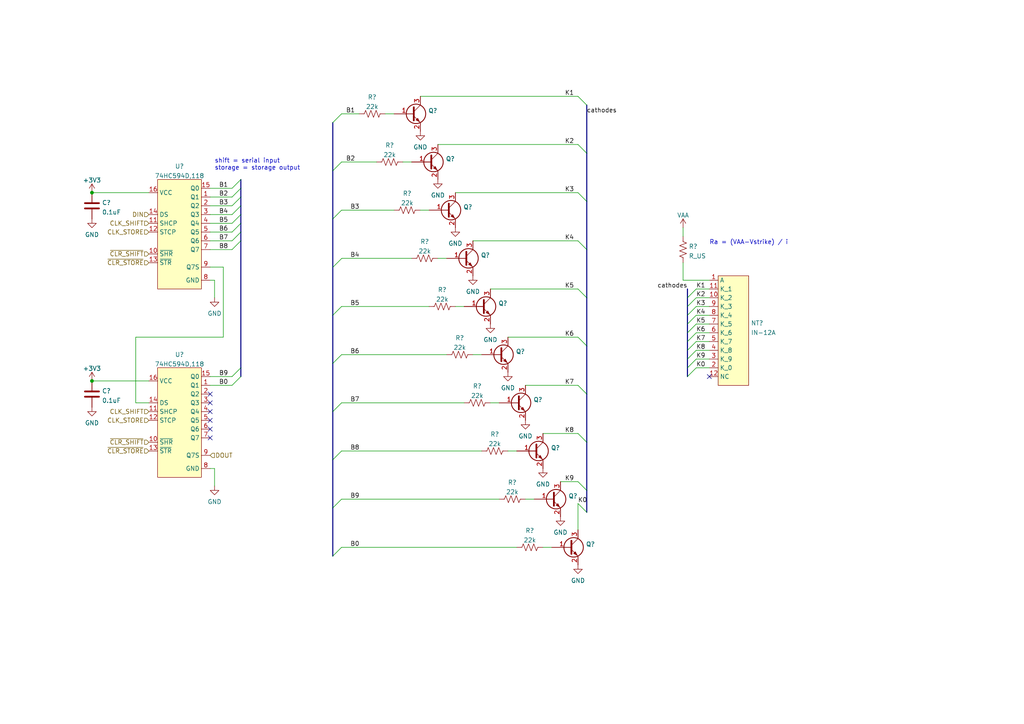
<source format=kicad_sch>
(kicad_sch (version 20211123) (generator eeschema)
  (paper "A4")
  (lib_symbols
    (symbol "Device:C" (pin_numbers hide) (pin_names (offset 0.254))
      (property "Reference" "C" (at 0.635 2.54 0))
      (property "Value" "C" (at 0.635 -2.54 0))
      (symbol "C_0_1"
        (polyline (pts (xy -2.032 -0.762) (xy 2.032 -0.762)) (stroke (width 0.508)))
        (polyline (pts (xy -2.032 0.762) (xy 2.032 0.762)) (stroke (width 0.508)))
      )
      (symbol "C_1_1"
        (pin passive line (at 0 3.81 270) (length 2.794) (name "~") (number "1"))
        (pin passive line (at 0 -3.81 90) (length 2.794) (name "~") (number "2"))
      )
    )
    (symbol "Device:Q_NPN_BEC" (pin_names (offset 0) hide)
      (property "Reference" "Q" (at 5.08 1.27 0))
      (property "Value" "Q_NPN_BEC" (at 5.08 -1.27 0))
      (symbol "Q_NPN_BEC_0_1"
        (polyline (pts (xy 0.635 0.635) (xy 2.54 2.54)))
        (polyline (pts (xy 0.635 -0.635) (xy 2.54 -2.54) (xy 2.54 -2.54)))
        (polyline (pts (xy 0.635 1.905) (xy 0.635 -1.905) (xy 0.635 -1.905)) (stroke (width 0.508)))
        (polyline (pts (xy 1.27 -1.778) (xy 1.778 -1.27) (xy 2.286 -2.286) (xy 1.27 -1.778) (xy 1.27 -1.778)) (fill (type outline)))
        (circle (center 1.27 0) (radius 2.8194) (stroke (width 0.254)))
      )
      (symbol "Q_NPN_BEC_1_1"
        (pin input line (at -5.08 0 0) (length 5.715) (name "B") (number "1"))
        (pin passive line (at 2.54 -5.08 90) (length 2.54) (name "E") (number "2"))
        (pin passive line (at 2.54 5.08 270) (length 2.54) (name "C") (number "3"))
      )
    )
    (symbol "Device:R_US" (pin_numbers hide) (pin_names (offset 0))
      (property "Reference" "R" (at 2.54 0 90))
      (property "Value" "R_US" (at -2.54 0 90))
      (symbol "R_US_0_1"
        (polyline (pts (xy 0 -2.286) (xy 0 -2.54)))
        (polyline (pts (xy 0 2.286) (xy 0 2.54)))
        (polyline (pts (xy 0 -0.762) (xy 1.016 -1.143) (xy 0 -1.524) (xy -1.016 -1.905) (xy 0 -2.286)))
        (polyline (pts (xy 0 0.762) (xy 1.016 0.381) (xy 0 0) (xy -1.016 -0.381) (xy 0 -0.762)))
        (polyline (pts (xy 0 2.286) (xy 1.016 1.905) (xy 0 1.524) (xy -1.016 1.143) (xy 0 0.762)))
      )
      (symbol "R_US_1_1"
        (pin passive line (at 0 3.81 270) (length 1.27) (name "~") (number "1"))
        (pin passive line (at 0 -3.81 90) (length 1.27) (name "~") (number "2"))
      )
    )
    (symbol "nixie-tube-clock:74HC594D,118"
      (property "Reference" "U" (at 0 3.81 0))
      (property "Value" "74HC594D,118" (at 0 1.27 0))
      (symbol "74HC594D,118_0_1"
        (rectangle (start -6.35 0) (end 6.35 -31.75) (fill (type background)))
      )
      (symbol "74HC594D,118_1_1"
        (pin input line (at 8.89 -5.08 180) (length 2.54) (name "Q1") (number "1"))
        (pin input line (at -8.89 -21.59 0) (length 2.54) (name "~{SHR}") (number "10"))
        (pin input line (at -8.89 -12.7 0) (length 2.54) (name "SHCP") (number "11"))
        (pin input line (at -8.89 -15.24 0) (length 2.54) (name "STCP") (number "12"))
        (pin input line (at -8.89 -24.13 0) (length 2.54) (name "~{STR}") (number "13"))
        (pin input line (at -8.89 -10.16 0) (length 2.54) (name "DS") (number "14"))
        (pin input line (at 8.89 -2.54 180) (length 2.54) (name "Q0") (number "15"))
        (pin input line (at -8.89 -3.81 0) (length 2.54) (name "VCC") (number "16"))
        (pin input line (at 8.89 -7.62 180) (length 2.54) (name "Q2") (number "2"))
        (pin input line (at 8.89 -10.16 180) (length 2.54) (name "Q3") (number "3"))
        (pin input line (at 8.89 -12.7 180) (length 2.54) (name "Q4") (number "4"))
        (pin input line (at 8.89 -15.24 180) (length 2.54) (name "Q5") (number "5"))
        (pin input line (at 8.89 -17.78 180) (length 2.54) (name "Q6") (number "6"))
        (pin input line (at 8.89 -20.32 180) (length 2.54) (name "Q7") (number "7"))
        (pin input line (at 8.89 -29.21 180) (length 2.54) (name "GND") (number "8"))
        (pin input line (at 8.89 -25.4 180) (length 2.54) (name "Q7S") (number "9"))
      )
    )
    (symbol "nixie-tube-clock:IN-12A"
      (property "Reference" "NT?" (at 0 3.81 0))
      (property "Value" "IN-12A" (at 0 1.27 0))
      (symbol "IN-12A_0_1"
        (rectangle (start -5.08 0) (end 3.81 -31.75) (fill (type background)))
      )
      (symbol "IN-12A_1_1"
        (pin input line (at -7.62 -1.27 0) (length 2.54) (name "A") (number "1"))
        (pin input line (at -7.62 -6.35 0) (length 2.54) (name "K_2") (number "10"))
        (pin input line (at -7.62 -3.81 0) (length 2.54) (name "K_1") (number "11"))
        (pin input line (at -7.62 -29.21 0) (length 2.54) (name "NC") (number "12"))
        (pin input line (at -7.62 -26.67 0) (length 2.54) (name "K_0") (number "2"))
        (pin input line (at -7.62 -24.13 0) (length 2.54) (name "K_9") (number "3"))
        (pin input line (at -7.62 -21.59 0) (length 2.54) (name "K_8") (number "4"))
        (pin input line (at -7.62 -19.05 0) (length 2.54) (name "K_7") (number "5"))
        (pin input line (at -7.62 -16.51 0) (length 2.54) (name "K_6") (number "6"))
        (pin input line (at -7.62 -13.97 0) (length 2.54) (name "K_5") (number "7"))
        (pin input line (at -7.62 -11.43 0) (length 2.54) (name "K_4") (number "8"))
        (pin input line (at -7.62 -8.89 0) (length 2.54) (name "K_3") (number "9"))
      )
    )
    (symbol "power:+3.3V" (power) (pin_names (offset 0))
      (property "Value" "+3.3V" (at 0 3.556 0))
      (symbol "+3.3V_0_1"
        (polyline (pts (xy -0.762 1.27) (xy 0 2.54)))
        (polyline (pts (xy 0 0) (xy 0 2.54)))
        (polyline (pts (xy 0 2.54) (xy 0.762 1.27)))
      )
      (symbol "+3.3V_1_1"
        (pin power_in line (at 0 0 90) (length 0) hide (name "+3V3") (number "1"))
      )
    )
    (symbol "power:GND" (power) (pin_names (offset 0))
      (property "Value" "GND" (at 0 -3.81 0))
      (symbol "GND_0_1"
        (polyline (pts (xy 0 0) (xy 0 -1.27) (xy 1.27 -1.27) (xy 0 -2.54) (xy -1.27 -1.27) (xy 0 -1.27)))
      )
      (symbol "GND_1_1"
        (pin power_in line (at 0 0 270) (length 0) hide (name "GND") (number "1"))
      )
    )
    (symbol "power:VAA" (power) (pin_names (offset 0))
      (property "Value" "VAA" (at 0 3.81 0))
      (symbol "VAA_0_1"
        (polyline (pts (xy -0.762 1.27) (xy 0 2.54)))
        (polyline (pts (xy 0 0) (xy 0 2.54)))
        (polyline (pts (xy 0 2.54) (xy 0.762 1.27)))
      )
      (symbol "VAA_1_1"
        (pin power_in line (at 0 0 90) (length 0) hide (name "VAA") (number "1"))
      )
    )
  )
  (junction (at 26.67 55.88))
  (junction (at 26.67 110.49))
  (no_connect (at 60.96 127))
  (no_connect (at 60.96 124.46))
  (no_connect (at 60.96 121.92))
  (no_connect (at 60.96 119.38))
  (no_connect (at 60.96 116.84))
  (no_connect (at 60.96 114.3))
  (no_connect (at 205.74 109.22))
  (bus_entry (at 99.06 102.87) (size -2.54 2.54))
  (bus_entry (at 67.31 62.23) (size 2.54 -2.54))
  (bus_entry (at 67.31 64.77) (size 2.54 -2.54))
  (bus_entry (at 201.93 91.44) (size -2.54 2.54))
  (bus_entry (at 201.93 96.52) (size -2.54 2.54))
  (bus_entry (at 99.06 46.99) (size -2.54 2.54))
  (bus_entry (at 67.31 57.15) (size 2.54 -2.54))
  (bus_entry (at 167.64 55.88) (size 2.54 2.54))
  (bus_entry (at 167.64 27.94) (size 2.54 2.54))
  (bus_entry (at 201.93 101.6) (size -2.54 2.54))
  (bus_entry (at 99.06 88.9) (size -2.54 2.54))
  (bus_entry (at 99.06 33.02) (size -2.54 2.54))
  (bus_entry (at 167.64 83.82) (size 2.54 2.54))
  (bus_entry (at 67.31 54.61) (size 2.54 -2.54))
  (bus_entry (at 167.64 69.85) (size 2.54 2.54))
  (bus_entry (at 99.06 116.84) (size -2.54 2.54))
  (bus_entry (at 99.132 74.93) (size -2.54 2.54))
  (bus_entry (at 99.06 144.78) (size -2.54 2.54))
  (bus_entry (at 201.93 88.9) (size -2.54 2.54))
  (bus_entry (at 201.93 93.98) (size -2.54 2.54))
  (bus_entry (at 167.64 41.91) (size 2.54 2.54))
  (bus_entry (at 99.06 130.81) (size -2.54 2.54))
  (bus_entry (at 201.93 83.82) (size -2.54 2.54))
  (bus_entry (at 99.06 158.75) (size -2.54 2.54))
  (bus_entry (at 99.06 60.96) (size -2.54 2.54))
  (bus_entry (at 67.31 67.31) (size 2.54 -2.54))
  (bus_entry (at 67.31 69.85) (size 2.54 -2.54))
  (bus_entry (at 67.31 72.39) (size 2.54 -2.54))
  (bus_entry (at 201.93 86.36) (size -2.54 2.54))
  (bus_entry (at 167.64 146.05) (size 2.54 2.54))
  (bus_entry (at 167.64 139.7) (size 2.54 2.54))
  (bus_entry (at 167.64 125.73) (size 2.54 2.54))
  (bus_entry (at 167.64 111.76) (size 2.54 2.54))
  (bus_entry (at 167.64 97.79) (size 2.54 2.54))
  (bus_entry (at 67.31 59.69) (size 2.54 -2.54))
  (bus_entry (at 201.93 99.06) (size -2.54 2.54))
  (bus_entry (at 67.31 109.22) (size 2.54 -2.54))
  (bus_entry (at 67.31 111.76) (size 2.54 -2.54))
  (bus_entry (at 201.93 106.68) (size -2.54 2.54))
  (bus_entry (at 201.93 104.14) (size -2.54 2.54))
  (bus (pts (xy 170.18 30.48) (xy 170.18 44.45)))
  (wire (pts (xy 147.32 97.79) (xy 167.64 97.79)))
  (bus (pts (xy 69.85 59.69) (xy 69.85 62.23)))
  (wire (pts (xy 60.96 77.47) (xy 64.77 77.47)))
  (wire (pts (xy 116.84 46.99) (xy 119.38 46.99)))
  (bus (pts (xy 170.18 142.24) (xy 170.18 128.27)))
  (bus (pts (xy 199.39 93.98) (xy 199.39 91.44)))
  (wire (pts (xy 127 74.93) (xy 129.54 74.93)))
  (wire (pts (xy 99.06 33.02) (xy 104.14 33.02)))
  (bus (pts (xy 170.18 44.45) (xy 170.18 58.42)))
  (wire (pts (xy 152.4 111.76) (xy 167.64 111.76)))
  (wire (pts (xy 201.93 99.06) (xy 205.74 99.06)))
  (bus (pts (xy 69.85 106.68) (xy 69.85 109.22)))
  (bus (pts (xy 199.39 96.52) (xy 199.39 93.98)))
  (wire (pts (xy 142.24 83.82) (xy 167.64 83.82)))
  (bus (pts (xy 170.18 128.27) (xy 170.18 114.3)))
  (wire (pts (xy 60.96 109.22) (xy 67.31 109.22)))
  (wire (pts (xy 99.132 74.93) (xy 119.38 74.93)))
  (wire (pts (xy 132.08 55.88) (xy 167.64 55.88)))
  (wire (pts (xy 99.06 130.81) (xy 139.7 130.81)))
  (bus (pts (xy 96.52 91.44) (xy 96.52 105.41)))
  (wire (pts (xy 157.48 125.73) (xy 167.64 125.73)))
  (wire (pts (xy 60.96 69.85) (xy 67.31 69.85)))
  (bus (pts (xy 199.39 91.44) (xy 199.39 88.9)))
  (bus (pts (xy 96.52 133.35) (xy 96.52 147.32)))
  (bus (pts (xy 69.85 69.85) (xy 69.85 106.68)))
  (bus (pts (xy 199.39 86.36) (xy 199.39 83.82)))
  (bus (pts (xy 69.85 64.77) (xy 69.85 67.31)))
  (wire (pts (xy 127 41.91) (xy 167.64 41.91)))
  (wire (pts (xy 111.76 33.02) (xy 114.3 33.02)))
  (wire (pts (xy 157.48 158.75) (xy 160.02 158.75)))
  (wire (pts (xy 60.96 111.76) (xy 67.31 111.76)))
  (wire (pts (xy 142.24 116.84) (xy 144.78 116.84)))
  (bus (pts (xy 170.18 72.39) (xy 170.18 86.36)))
  (wire (pts (xy 132.08 88.9) (xy 134.62 88.9)))
  (wire (pts (xy 60.96 54.61) (xy 67.31 54.61)))
  (wire (pts (xy 201.93 96.52) (xy 205.74 96.52)))
  (wire (pts (xy 162.56 139.7) (xy 167.64 139.7)))
  (bus (pts (xy 69.85 52.07) (xy 69.85 54.61)))
  (bus (pts (xy 199.39 106.68) (xy 199.39 104.14)))
  (wire (pts (xy 60.96 135.89) (xy 62.23 135.89)))
  (wire (pts (xy 201.93 101.6) (xy 205.74 101.6)))
  (wire (pts (xy 121.92 60.96) (xy 124.46 60.96)))
  (bus (pts (xy 199.39 88.9) (xy 199.39 86.36)))
  (bus (pts (xy 199.39 109.22) (xy 199.39 106.68)))
  (wire (pts (xy 198.12 76.2) (xy 198.12 81.28)))
  (wire (pts (xy 39.37 97.79) (xy 39.37 116.84)))
  (wire (pts (xy 64.77 77.47) (xy 64.77 97.79)))
  (wire (pts (xy 99.06 46.99) (xy 109.22 46.99)))
  (wire (pts (xy 147.32 130.81) (xy 149.86 130.81)))
  (bus (pts (xy 170.18 100.33) (xy 170.18 86.36)))
  (wire (pts (xy 60.96 64.77) (xy 67.31 64.77)))
  (wire (pts (xy 62.23 81.28) (xy 62.23 86.36)))
  (bus (pts (xy 96.52 105.41) (xy 96.52 119.38)))
  (wire (pts (xy 99.06 88.9) (xy 124.46 88.9)))
  (bus (pts (xy 96.52 119.38) (xy 96.52 133.35)))
  (bus (pts (xy 199.39 101.6) (xy 199.39 99.06)))
  (wire (pts (xy 201.93 106.68) (xy 205.74 106.68)))
  (wire (pts (xy 39.37 116.84) (xy 43.18 116.84)))
  (wire (pts (xy 152.4 144.78) (xy 154.94 144.78)))
  (wire (pts (xy 121.92 27.94) (xy 167.64 27.94)))
  (wire (pts (xy 201.93 91.44) (xy 205.74 91.44)))
  (wire (pts (xy 201.93 88.9) (xy 205.74 88.9)))
  (wire (pts (xy 99.06 158.75) (xy 149.86 158.75)))
  (wire (pts (xy 99.06 116.84) (xy 134.62 116.84)))
  (wire (pts (xy 99.06 102.87) (xy 129.54 102.87)))
  (wire (pts (xy 99.06 60.96) (xy 114.3 60.96)))
  (bus (pts (xy 170.18 58.42) (xy 170.18 72.39)))
  (wire (pts (xy 60.96 57.15) (xy 67.31 57.15)))
  (bus (pts (xy 69.85 67.31) (xy 69.85 69.85)))
  (wire (pts (xy 137.16 102.87) (xy 139.7 102.87)))
  (wire (pts (xy 26.67 55.88) (xy 43.18 55.88)))
  (wire (pts (xy 198.12 66.04) (xy 198.12 68.58)))
  (bus (pts (xy 96.52 63.5) (xy 96.52 91.44)))
  (bus (pts (xy 69.85 57.15) (xy 69.85 59.69)))
  (wire (pts (xy 198.12 81.28) (xy 205.74 81.28)))
  (bus (pts (xy 199.39 104.14) (xy 199.39 101.6)))
  (wire (pts (xy 201.93 86.36) (xy 205.74 86.36)))
  (wire (pts (xy 60.96 67.31) (xy 67.31 67.31)))
  (wire (pts (xy 201.93 83.82) (xy 205.74 83.82)))
  (wire (pts (xy 99.06 144.78) (xy 144.78 144.78)))
  (bus (pts (xy 69.85 54.61) (xy 69.85 57.15)))
  (bus (pts (xy 96.52 35.56) (xy 96.52 49.53)))
  (wire (pts (xy 201.93 104.14) (xy 205.74 104.14)))
  (wire (pts (xy 60.96 81.28) (xy 62.23 81.28)))
  (wire (pts (xy 64.77 97.79) (xy 39.37 97.79)))
  (wire (pts (xy 60.96 62.23) (xy 67.31 62.23)))
  (wire (pts (xy 137.16 69.85) (xy 167.64 69.85)))
  (bus (pts (xy 170.18 114.3) (xy 170.18 100.33)))
  (wire (pts (xy 201.93 93.98) (xy 205.74 93.98)))
  (bus (pts (xy 96.52 49.53) (xy 96.52 63.5)))
  (bus (pts (xy 69.85 62.23) (xy 69.85 64.77)))
  (wire (pts (xy 167.64 146.05) (xy 167.64 153.67)))
  (bus (pts (xy 199.39 99.06) (xy 199.39 96.52)))
  (bus (pts (xy 96.52 147.32) (xy 96.52 161.29)))
  (wire (pts (xy 60.96 59.69) (xy 67.31 59.69)))
  (wire (pts (xy 26.67 110.49) (xy 43.18 110.49)))
  (wire (pts (xy 60.96 72.39) (xy 67.31 72.39)))
  (bus (pts (xy 170.18 148.59) (xy 170.18 142.24)))
  (wire (pts (xy 62.23 135.89) (xy 62.23 140.97)))
  (text "Ra = (VAA-Vstrike) / i" (at 205.74 71.12 0) (effects (font (size 1.27 1.27)) (justify left bottom)))
  (text "shift = serial input\nstorage = storage output" (at 62.23 49.53 0) (effects (font (size 1.27 1.27)) (justify left bottom)))
  (label "K4" (at 201.93 91.44 0))
  (label "B0" (at 63.5 111.76 0))
  (label "B6" (at 101.6 102.87 0))
  (label "K5" (at 163.83 83.82 0))
  (label "B7" (at 101.6 116.84 0))
  (label "cathodes" (at 170.18 33.02 0))
  (label "K8" (at 201.93 101.6 0))
  (label "B3" (at 63.5 59.69 0))
  (label "B4" (at 101.6 74.93 0))
  (label "B2" (at 100.33 46.99 0))
  (label "K2" (at 163.83 41.91 0))
  (label "B5" (at 101.6 88.9 0))
  (label "B1" (at 63.5 54.61 0))
  (label "K1" (at 201.93 83.82 0))
  (label "K9" (at 201.93 104.14 0))
  (label "K8" (at 163.83 125.73 0))
  (label "B9" (at 63.5 109.22 0))
  (label "K9" (at 163.83 139.7 0))
  (label "B8" (at 63.5 72.39 0))
  (label "B5" (at 63.5 64.77 0))
  (label "K7" (at 163.83 111.76 0))
  (label "B6" (at 63.5 67.31 0))
  (label "K3" (at 163.83 55.88 0))
  (label "K6" (at 163.83 97.79 0))
  (label "B1" (at 100.33 33.02 0))
  (label "B0" (at 101.6 158.75 0))
  (label "K4" (at 163.83 69.85 0))
  (label "K0" (at 167.64 146.05 0))
  (label "K0" (at 201.93 106.68 0))
  (label "K1" (at 163.83 27.94 0))
  (label "cathodes" (at 199.39 83.82 180))
  (label "B7" (at 63.5 69.85 0))
  (label "K5" (at 201.93 93.98 0))
  (label "B4" (at 63.5 62.23 0))
  (label "K2" (at 201.93 86.36 0))
  (label "K6" (at 201.93 96.52 0))
  (label "B9" (at 101.6 144.78 0))
  (label "B3" (at 101.6 60.96 0))
  (label "K3" (at 201.93 88.9 0))
  (label "B2" (at 63.5 57.15 0))
  (label "K7" (at 201.93 99.06 0))
  (label "B8" (at 101.6 130.81 0))
  (hierarchical_label "CLK_STORE" (shape input) (at 43.18 67.31 180))
  (hierarchical_label "~{CLR_SHIFT}" (shape input) (at 43.18 128.27 180))
  (hierarchical_label "CLK_SHIFT" (shape input) (at 43.18 64.77 180))
  (hierarchical_label "CLK_STORE" (shape input) (at 43.18 121.92 180))
  (hierarchical_label "~{CLR_STORE}" (shape input) (at 43.18 130.81 180))
  (hierarchical_label "~{CLR_SHIFT}" (shape input) (at 43.18 73.66 180))
  (hierarchical_label "CLK_SHIFT" (shape input) (at 43.18 119.38 180))
  (hierarchical_label "DOUT" (shape input) (at 60.96 132.08 0))
  (hierarchical_label "~{CLR_STORE}" (shape input) (at 43.18 76.2 180))
  (hierarchical_label "DIN" (shape input) (at 43.18 62.23 180))
  (symbol (lib_id "Device:Q_NPN_BEC") (at 160.02 144.78 0)
    (property "Reference" "Q?" (at 164.8714 143.8715 0) (effects (justify left)))
    (property "Value" "MMSTA42-7-F" (effects hide))
    (property "Footprint" "Package_TO_SOT_SMD:SOT-323_SC-70_Handsoldering" (effects hide))
  )
  (symbol (lib_id "Device:Q_NPN_BEC") (at 124.46 46.99 0)
    (property "Reference" "Q?" (at 129.3114 46.0815 0) (effects (justify left)))
    (property "Value" "MMSTA42-7-F" (effects hide))
    (property "Footprint" "Package_TO_SOT_SMD:SOT-323_SC-70_Handsoldering" (effects hide))
  )
  (symbol (lib_id "Device:Q_NPN_BEC") (at 119.38 33.02 0)
    (property "Reference" "Q?" (at 124.2314 32.1115 0) (effects (justify left)))
    (property "Value" "MMSTA42-7-F" (effects hide))
    (property "Footprint" "Package_TO_SOT_SMD:SOT-323_SC-70_Handsoldering" (effects hide))
  )
  (symbol (lib_id "nixie-tube-clock:IN-12A") (at 213.36 80.01 0)
    (property "Reference" "NT?" (at 217.805 93.7065 0) (effects (justify left)))
    (property "Value" "IN-12A" (at 217.805 96.4816 0) (effects (justify left)))
  )
  (symbol (lib_id "Device:Q_NPN_BEC") (at 149.86 116.84 0)
    (property "Reference" "Q?" (at 154.7114 115.9315 0) (effects (justify left)))
    (property "Value" "MMSTA42-7-F" (effects hide))
    (property "Footprint" "Package_TO_SOT_SMD:SOT-323_SC-70_Handsoldering" (effects hide))
  )
  (symbol (lib_id "Device:Q_NPN_BEC") (at 144.78 102.87 0)
    (property "Reference" "Q?" (at 149.6314 101.9615 0) (effects (justify left)))
    (property "Value" "MMSTA42-7-F" (effects hide))
    (property "Footprint" "Package_TO_SOT_SMD:SOT-323_SC-70_Handsoldering" (effects hide))
  )
  (symbol (lib_id "power:GND") (at 62.23 140.97 0)
    (property "Reference" "#PWR?" (effects hide))
    (property "Value" "GND" (at 62.23 145.5325 0))
  )
  (symbol (lib_id "Device:Q_NPN_BEC") (at 165.1 158.75 0)
    (property "Reference" "Q?" (at 169.9514 157.8415 0) (effects (justify left)))
    (property "Value" "MMSTA42-7-F" (effects hide))
    (property "Footprint" "Package_TO_SOT_SMD:SOT-323_SC-70_Handsoldering" (effects hide))
  )
  (symbol (lib_id "power:GND") (at 62.23 86.36 0)
    (property "Reference" "#PWR?" (effects hide))
    (property "Value" "GND" (at 62.23 90.9225 0))
  )
  (symbol (lib_id "power:GND") (at 127 52.07 0)
    (property "Reference" "#PWR?" (effects hide))
    (property "Value" "GND" (at 127 56.6325 0))
  )
  (symbol (lib_id "power:GND") (at 142.24 93.98 0)
    (property "Reference" "#PWR?" (effects hide))
    (property "Value" "GND" (at 142.24 98.5425 0))
  )
  (symbol (lib_id "Device:Q_NPN_BEC") (at 129.54 60.96 0)
    (property "Reference" "Q?" (at 134.3914 60.0515 0) (effects (justify left)))
    (property "Value" "MMSTA42-7-F" (effects hide))
    (property "Footprint" "Package_TO_SOT_SMD:SOT-323_SC-70_Handsoldering" (effects hide))
  )
  (symbol (lib_id "power:GND") (at 137.16 80.01 0)
    (property "Reference" "#PWR?" (effects hide))
    (property "Value" "GND" (at 137.16 84.5725 0))
  )
  (symbol (lib_id "Device:C") (at 26.67 59.69 0)
    (property "Reference" "C?" (at 29.591 58.7815 0) (effects (justify left)))
    (property "Value" "0.1uF" (at 29.591 61.5566 0) (effects (justify left)))
    (property "Footprint" "Capacitor_SMD:C_0603_1608Metric" (effects hide))
  )
  (symbol (lib_id "power:GND") (at 152.4 121.92 0)
    (property "Reference" "#PWR?" (effects hide))
    (property "Value" "GND" (at 152.4 126.4825 0))
  )
  (symbol (lib_id "power:GND") (at 26.67 63.5 0)
    (property "Reference" "#PWR?" (effects hide))
    (property "Value" "GND" (at 26.67 68.0625 0))
  )
  (symbol (lib_id "Device:R_US") (at 143.51 130.81 90)
    (property "Reference" "R?" (at 143.51 125.9545 90))
    (property "Value" "22k" (at 143.51 128.7296 90))
    (property "Footprint" "Resistor_SMD:R_0603_1608Metric" (effects hide))
  )
  (symbol (lib_id "power:GND") (at 162.56 149.86 0)
    (property "Reference" "#PWR?" (effects hide))
    (property "Value" "GND" (at 162.56 154.4225 0))
  )
  (symbol (lib_id "Device:C") (at 26.67 114.3 0)
    (property "Reference" "C?" (at 29.591 113.3915 0) (effects (justify left)))
    (property "Value" "0.1uF" (at 29.591 116.1666 0) (effects (justify left)))
    (property "Footprint" "Capacitor_SMD:C_0603_1608Metric" (effects hide))
  )
  (symbol (lib_id "Device:Q_NPN_BEC") (at 154.94 130.81 0)
    (property "Reference" "Q?" (at 159.7914 129.9015 0) (effects (justify left)))
    (property "Value" "MMSTA42-7-F" (effects hide))
    (property "Footprint" "Package_TO_SOT_SMD:SOT-323_SC-70_Handsoldering" (effects hide))
  )
  (symbol (lib_id "power:GND") (at 147.32 107.95 0)
    (property "Reference" "#PWR?" (effects hide))
    (property "Value" "GND" (at 147.32 112.5125 0))
  )
  (symbol (lib_id "Device:R_US") (at 113.03 46.99 90)
    (property "Reference" "R?" (at 113.03 42.1345 90))
    (property "Value" "22k" (at 113.03 44.9096 90))
    (property "Footprint" "Resistor_SMD:R_0603_1608Metric" (effects hide))
  )
  (symbol (lib_id "power:GND") (at 132.08 66.04 0)
    (property "Reference" "#PWR?" (effects hide))
    (property "Value" "GND" (at 132.08 70.6025 0))
  )
  (symbol (lib_id "Device:R_US") (at 138.43 116.84 90)
    (property "Reference" "R?" (at 138.43 111.9845 90))
    (property "Value" "22k" (at 138.43 114.7596 90))
    (property "Footprint" "Resistor_SMD:R_0603_1608Metric" (effects hide))
  )
  (symbol (lib_id "power:GND") (at 167.64 163.83 0)
    (property "Reference" "#PWR?" (effects hide))
    (property "Value" "GND" (at 167.64 168.3925 0))
  )
  (symbol (lib_id "nixie-tube-clock:74HC594D,118") (at 52.07 52.07 0)
    (property "Reference" "U?" (at 52.07 48.2305 0))
    (property "Value" "74HC594D,118" (at 52.07 51.0056 0))
  )
  (symbol (lib_id "power:VAA") (at 198.12 66.04 0)
    (property "Reference" "#PWR?" (effects hide))
    (property "Value" "VAA" (at 198.12 62.4355 0))
  )
  (symbol (lib_id "Device:R_US") (at 107.95 33.02 90)
    (property "Reference" "R?" (at 107.95 28.1645 90))
    (property "Value" "22k" (at 107.95 30.9396 90))
    (property "Footprint" "Resistor_SMD:R_0603_1608Metric" (effects hide))
  )
  (symbol (lib_id "power:GND") (at 121.92 38.1 0)
    (property "Reference" "#PWR?" (effects hide))
    (property "Value" "GND" (at 121.92 42.6625 0))
  )
  (symbol (lib_id "power:+3.3V") (at 26.67 55.88 0)
    (property "Reference" "#PWR?" (effects hide))
    (property "Value" "+3.3V" (at 26.67 52.2755 0))
  )
  (symbol (lib_id "Device:R_US") (at 133.35 102.87 90)
    (property "Reference" "R?" (at 133.35 98.0145 90))
    (property "Value" "22k" (at 133.35 100.7896 90))
    (property "Footprint" "Resistor_SMD:R_0603_1608Metric" (effects hide))
  )
  (symbol (lib_id "nixie-tube-clock:74HC594D,118") (at 52.07 106.68 0)
    (property "Reference" "U?" (at 52.07 102.8405 0))
    (property "Value" "74HC594D,118" (at 52.07 105.6156 0))
  )
  (symbol (lib_id "power:GND") (at 26.67 118.11 0)
    (property "Reference" "#PWR?" (effects hide))
    (property "Value" "GND" (at 26.67 122.6725 0))
  )
  (symbol (lib_id "Device:R_US") (at 148.59 144.78 90)
    (property "Reference" "R?" (at 148.59 139.9245 90))
    (property "Value" "22k" (at 148.59 142.6996 90))
    (property "Footprint" "Resistor_SMD:R_0603_1608Metric" (effects hide))
  )
  (symbol (lib_id "Device:R_US") (at 118.11 60.96 90)
    (property "Reference" "R?" (at 118.11 56.1045 90))
    (property "Value" "22k" (at 118.11 58.8796 90))
    (property "Footprint" "Resistor_SMD:R_0603_1608Metric" (effects hide))
  )
  (symbol (lib_id "Device:R_US") (at 198.12 72.39 0)
    (property "Reference" "R?" (at 199.771 71.4815 0) (effects (justify left)))
    (property "Value" "R_US" (at 199.771 74.2566 0) (effects (justify left)))
    (property "Footprint" "Resistor_SMD:R_1206_3216Metric" (effects hide))
  )
  (symbol (lib_id "Device:Q_NPN_BEC") (at 139.7 88.9 0)
    (property "Reference" "Q?" (at 144.5514 87.9915 0) (effects (justify left)))
    (property "Value" "MMSTA42-7-F" (effects hide))
    (property "Footprint" "Package_TO_SOT_SMD:SOT-323_SC-70_Handsoldering" (effects hide))
  )
  (symbol (lib_id "power:+3.3V") (at 26.67 110.49 0)
    (property "Reference" "#PWR?" (effects hide))
    (property "Value" "+3.3V" (at 26.67 106.8855 0))
  )
  (symbol (lib_id "Device:R_US") (at 123.19 74.93 90)
    (property "Reference" "R?" (at 123.19 70.0745 90))
    (property "Value" "22k" (at 123.19 72.8496 90))
    (property "Footprint" "Resistor_SMD:R_0603_1608Metric" (effects hide))
  )
  (symbol (lib_id "Device:Q_NPN_BEC") (at 134.62 74.93 0)
    (property "Reference" "Q?" (at 139.4714 74.0215 0) (effects (justify left)))
    (property "Value" "MMSTA42-7-F" (effects hide))
    (property "Footprint" "Package_TO_SOT_SMD:SOT-323_SC-70_Handsoldering" (effects hide))
  )
  (symbol (lib_id "Device:R_US") (at 153.67 158.75 90)
    (property "Reference" "R?" (at 153.67 153.8945 90))
    (property "Value" "22k" (at 153.67 156.6696 90))
    (property "Footprint" "Resistor_SMD:R_0603_1608Metric" (effects hide))
  )
  (symbol (lib_id "Device:R_US") (at 128.27 88.9 90)
    (property "Reference" "R?" (at 128.27 84.0445 90))
    (property "Value" "22k" (at 128.27 86.8196 90))
    (property "Footprint" "Resistor_SMD:R_0603_1608Metric" (effects hide))
  )
  (symbol (lib_id "power:GND") (at 157.48 135.89 0)
    (property "Reference" "#PWR?" (effects hide))
    (property "Value" "GND" (at 157.48 140.4525 0))
  )
)
</source>
